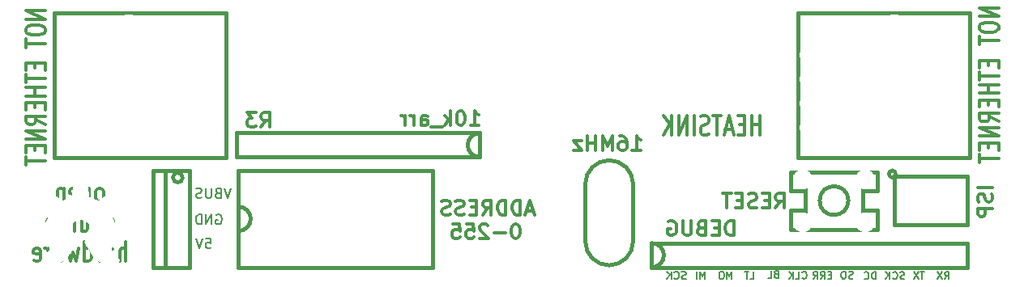
<source format=gbo>
G04 (created by PCBNEW (2013-mar-30)-stable) date Fri 10 May 2013 05:37:35 PM CDT*
%MOIN*%
G04 Gerber Fmt 3.4, Leading zero omitted, Abs format*
%FSLAX34Y34*%
G01*
G70*
G90*
G04 APERTURE LIST*
%ADD10C,2.3622e-06*%
%ADD11C,0.012*%
%ADD12C,0.0075*%
%ADD13C,0.008*%
%ADD14C,0.015*%
%ADD15R,0.08X0.08*%
%ADD16C,0.08*%
%ADD17C,0.0808661*%
%ADD18R,0.0808661X0.0808661*%
%ADD19R,0.3919X0.1439*%
%ADD20C,0.0651181*%
%ADD21C,0.135984*%
%ADD22R,0.0769291X0.0769291*%
%ADD23C,0.0769291*%
%ADD24C,0.12811*%
G04 APERTURE END LIST*
G54D10*
G54D11*
X5572Y3476D02*
X5629Y3514D01*
X5658Y3552D01*
X5687Y3628D01*
X5687Y3857D01*
X5658Y3933D01*
X5629Y3971D01*
X5572Y4009D01*
X5487Y4009D01*
X5429Y3971D01*
X5401Y3933D01*
X5372Y3857D01*
X5372Y3628D01*
X5401Y3552D01*
X5429Y3514D01*
X5487Y3476D01*
X5572Y3476D01*
X5115Y4009D02*
X5115Y3209D01*
X5115Y3971D02*
X5058Y4009D01*
X4944Y4009D01*
X4887Y3971D01*
X4858Y3933D01*
X4830Y3857D01*
X4830Y3628D01*
X4858Y3552D01*
X4887Y3514D01*
X4944Y3476D01*
X5058Y3476D01*
X5115Y3514D01*
X4344Y3514D02*
X4401Y3476D01*
X4515Y3476D01*
X4572Y3514D01*
X4601Y3590D01*
X4601Y3895D01*
X4572Y3971D01*
X4515Y4009D01*
X4401Y4009D01*
X4344Y3971D01*
X4315Y3895D01*
X4315Y3819D01*
X4601Y3742D01*
X4058Y4009D02*
X4058Y3476D01*
X4058Y3933D02*
X4029Y3971D01*
X3972Y4009D01*
X3887Y4009D01*
X3829Y3971D01*
X3801Y3895D01*
X3801Y3476D01*
X6101Y2274D02*
X6044Y2236D01*
X5930Y2236D01*
X5872Y2274D01*
X5844Y2350D01*
X5844Y2388D01*
X5872Y2464D01*
X5930Y2502D01*
X6015Y2502D01*
X6072Y2540D01*
X6101Y2617D01*
X6101Y2655D01*
X6072Y2731D01*
X6015Y2769D01*
X5930Y2769D01*
X5872Y2731D01*
X5501Y2236D02*
X5558Y2274D01*
X5587Y2312D01*
X5615Y2388D01*
X5615Y2617D01*
X5587Y2693D01*
X5558Y2731D01*
X5501Y2769D01*
X5415Y2769D01*
X5358Y2731D01*
X5330Y2693D01*
X5301Y2617D01*
X5301Y2388D01*
X5330Y2312D01*
X5358Y2274D01*
X5415Y2236D01*
X5501Y2236D01*
X4787Y2769D02*
X4787Y2236D01*
X5044Y2769D02*
X5044Y2350D01*
X5015Y2274D01*
X4958Y2236D01*
X4872Y2236D01*
X4815Y2274D01*
X4787Y2312D01*
X4501Y2236D02*
X4501Y2769D01*
X4501Y2617D02*
X4472Y2693D01*
X4444Y2731D01*
X4387Y2769D01*
X4330Y2769D01*
X3872Y2274D02*
X3930Y2236D01*
X4044Y2236D01*
X4101Y2274D01*
X4130Y2312D01*
X4158Y2388D01*
X4158Y2617D01*
X4130Y2693D01*
X4101Y2731D01*
X4044Y2769D01*
X3930Y2769D01*
X3872Y2731D01*
X3387Y2274D02*
X3444Y2236D01*
X3558Y2236D01*
X3615Y2274D01*
X3644Y2350D01*
X3644Y2655D01*
X3615Y2731D01*
X3558Y2769D01*
X3444Y2769D01*
X3387Y2731D01*
X3358Y2655D01*
X3358Y2579D01*
X3644Y2502D01*
X6615Y996D02*
X6615Y1796D01*
X6358Y996D02*
X6358Y1415D01*
X6387Y1491D01*
X6444Y1529D01*
X6530Y1529D01*
X6587Y1491D01*
X6615Y1453D01*
X5815Y996D02*
X5815Y1415D01*
X5844Y1491D01*
X5901Y1529D01*
X6015Y1529D01*
X6072Y1491D01*
X5815Y1034D02*
X5872Y996D01*
X6015Y996D01*
X6072Y1034D01*
X6101Y1110D01*
X6101Y1186D01*
X6072Y1262D01*
X6015Y1300D01*
X5872Y1300D01*
X5815Y1339D01*
X5530Y996D02*
X5530Y1529D01*
X5530Y1377D02*
X5501Y1453D01*
X5472Y1491D01*
X5415Y1529D01*
X5358Y1529D01*
X4901Y996D02*
X4901Y1796D01*
X4901Y1034D02*
X4958Y996D01*
X5072Y996D01*
X5129Y1034D01*
X5158Y1072D01*
X5187Y1148D01*
X5187Y1377D01*
X5158Y1453D01*
X5129Y1491D01*
X5072Y1529D01*
X4958Y1529D01*
X4901Y1491D01*
X4672Y1529D02*
X4558Y996D01*
X4444Y1377D01*
X4330Y996D01*
X4215Y1529D01*
X3730Y996D02*
X3730Y1415D01*
X3758Y1491D01*
X3815Y1529D01*
X3930Y1529D01*
X3987Y1491D01*
X3730Y1034D02*
X3787Y996D01*
X3930Y996D01*
X3987Y1034D01*
X4015Y1110D01*
X4015Y1186D01*
X3987Y1262D01*
X3930Y1300D01*
X3787Y1300D01*
X3730Y1339D01*
X3444Y996D02*
X3444Y1529D01*
X3444Y1377D02*
X3415Y1453D01*
X3387Y1491D01*
X3330Y1529D01*
X3272Y1529D01*
X2844Y1034D02*
X2901Y996D01*
X3015Y996D01*
X3072Y1034D01*
X3101Y1110D01*
X3101Y1415D01*
X3072Y1491D01*
X3015Y1529D01*
X2901Y1529D01*
X2844Y1491D01*
X2815Y1415D01*
X2815Y1339D01*
X3101Y1262D01*
X22682Y2537D02*
X22625Y2537D01*
X22567Y2508D01*
X22539Y2480D01*
X22510Y2422D01*
X22482Y2308D01*
X22482Y2165D01*
X22510Y2051D01*
X22539Y1994D01*
X22567Y1965D01*
X22625Y1937D01*
X22682Y1937D01*
X22739Y1965D01*
X22767Y1994D01*
X22796Y2051D01*
X22825Y2165D01*
X22825Y2308D01*
X22796Y2422D01*
X22767Y2480D01*
X22739Y2508D01*
X22682Y2537D01*
X22225Y2165D02*
X21767Y2165D01*
X21510Y2480D02*
X21482Y2508D01*
X21425Y2537D01*
X21282Y2537D01*
X21225Y2508D01*
X21196Y2480D01*
X21167Y2422D01*
X21167Y2365D01*
X21196Y2280D01*
X21539Y1937D01*
X21167Y1937D01*
X20625Y2537D02*
X20910Y2537D01*
X20939Y2251D01*
X20910Y2280D01*
X20853Y2308D01*
X20710Y2308D01*
X20653Y2280D01*
X20625Y2251D01*
X20596Y2194D01*
X20596Y2051D01*
X20625Y1994D01*
X20653Y1965D01*
X20710Y1937D01*
X20853Y1937D01*
X20910Y1965D01*
X20939Y1994D01*
X20053Y2537D02*
X20339Y2537D01*
X20367Y2251D01*
X20339Y2280D01*
X20282Y2308D01*
X20139Y2308D01*
X20082Y2280D01*
X20053Y2251D01*
X20024Y2194D01*
X20024Y2051D01*
X20053Y1994D01*
X20082Y1965D01*
X20139Y1937D01*
X20282Y1937D01*
X20339Y1965D01*
X20367Y1994D01*
G54D12*
X40310Y258D02*
X40410Y401D01*
X40481Y258D02*
X40481Y558D01*
X40367Y558D01*
X40338Y544D01*
X40324Y530D01*
X40310Y501D01*
X40310Y458D01*
X40324Y430D01*
X40338Y415D01*
X40367Y401D01*
X40481Y401D01*
X40210Y558D02*
X40010Y258D01*
X40010Y558D02*
X40210Y258D01*
X39468Y558D02*
X39297Y558D01*
X39382Y258D02*
X39382Y558D01*
X39225Y558D02*
X39025Y258D01*
X39025Y558D02*
X39225Y258D01*
X34438Y307D02*
X34452Y292D01*
X34495Y278D01*
X34524Y278D01*
X34567Y292D01*
X34595Y321D01*
X34609Y350D01*
X34624Y407D01*
X34624Y450D01*
X34609Y507D01*
X34595Y535D01*
X34567Y564D01*
X34524Y578D01*
X34495Y578D01*
X34452Y564D01*
X34438Y550D01*
X34167Y278D02*
X34309Y278D01*
X34309Y578D01*
X34067Y278D02*
X34067Y578D01*
X33895Y278D02*
X34024Y450D01*
X33895Y578D02*
X34067Y407D01*
X35639Y433D02*
X35539Y433D01*
X35496Y276D02*
X35639Y276D01*
X35639Y576D01*
X35496Y576D01*
X35196Y276D02*
X35296Y419D01*
X35367Y276D02*
X35367Y576D01*
X35253Y576D01*
X35224Y562D01*
X35210Y548D01*
X35196Y519D01*
X35196Y476D01*
X35210Y448D01*
X35224Y433D01*
X35253Y419D01*
X35367Y419D01*
X34896Y276D02*
X34996Y419D01*
X35067Y276D02*
X35067Y576D01*
X34953Y576D01*
X34924Y562D01*
X34910Y548D01*
X34896Y519D01*
X34896Y476D01*
X34910Y448D01*
X34924Y433D01*
X34953Y419D01*
X35067Y419D01*
X36532Y302D02*
X36490Y288D01*
X36418Y288D01*
X36390Y302D01*
X36375Y317D01*
X36361Y345D01*
X36361Y374D01*
X36375Y402D01*
X36390Y417D01*
X36418Y431D01*
X36475Y445D01*
X36504Y460D01*
X36518Y474D01*
X36532Y502D01*
X36532Y531D01*
X36518Y560D01*
X36504Y574D01*
X36475Y588D01*
X36404Y588D01*
X36361Y574D01*
X36175Y588D02*
X36118Y588D01*
X36090Y574D01*
X36061Y545D01*
X36047Y488D01*
X36047Y388D01*
X36061Y331D01*
X36090Y302D01*
X36118Y288D01*
X36175Y288D01*
X36204Y302D01*
X36232Y331D01*
X36247Y388D01*
X36247Y488D01*
X36232Y545D01*
X36204Y574D01*
X36175Y588D01*
X37468Y258D02*
X37468Y558D01*
X37397Y558D01*
X37354Y544D01*
X37325Y515D01*
X37311Y487D01*
X37297Y430D01*
X37297Y387D01*
X37311Y330D01*
X37325Y301D01*
X37354Y272D01*
X37397Y258D01*
X37468Y258D01*
X36997Y287D02*
X37011Y272D01*
X37054Y258D01*
X37082Y258D01*
X37125Y272D01*
X37154Y301D01*
X37168Y330D01*
X37182Y387D01*
X37182Y430D01*
X37168Y487D01*
X37154Y515D01*
X37125Y544D01*
X37082Y558D01*
X37054Y558D01*
X37011Y544D01*
X36997Y530D01*
X38645Y282D02*
X38602Y268D01*
X38531Y268D01*
X38502Y282D01*
X38488Y297D01*
X38474Y325D01*
X38474Y354D01*
X38488Y382D01*
X38502Y397D01*
X38531Y411D01*
X38588Y425D01*
X38617Y440D01*
X38631Y454D01*
X38645Y482D01*
X38645Y511D01*
X38631Y540D01*
X38617Y554D01*
X38588Y568D01*
X38517Y568D01*
X38474Y554D01*
X38174Y297D02*
X38188Y282D01*
X38231Y268D01*
X38260Y268D01*
X38302Y282D01*
X38331Y311D01*
X38345Y340D01*
X38360Y397D01*
X38360Y440D01*
X38345Y497D01*
X38331Y525D01*
X38302Y554D01*
X38260Y568D01*
X38231Y568D01*
X38188Y554D01*
X38174Y540D01*
X38045Y268D02*
X38045Y568D01*
X37874Y268D02*
X38002Y440D01*
X37874Y568D02*
X38045Y397D01*
X33373Y476D02*
X33331Y462D01*
X33316Y448D01*
X33302Y419D01*
X33302Y376D01*
X33316Y348D01*
X33331Y333D01*
X33359Y319D01*
X33473Y319D01*
X33473Y619D01*
X33373Y619D01*
X33345Y605D01*
X33331Y591D01*
X33316Y562D01*
X33316Y533D01*
X33331Y505D01*
X33345Y491D01*
X33373Y476D01*
X33473Y476D01*
X33031Y319D02*
X33173Y319D01*
X33173Y619D01*
X32308Y284D02*
X32451Y284D01*
X32451Y584D01*
X32251Y584D02*
X32079Y584D01*
X32165Y284D02*
X32165Y584D01*
X31550Y270D02*
X31550Y570D01*
X31450Y356D01*
X31350Y570D01*
X31350Y270D01*
X31150Y570D02*
X31093Y570D01*
X31064Y556D01*
X31035Y527D01*
X31021Y470D01*
X31021Y370D01*
X31035Y313D01*
X31064Y284D01*
X31093Y270D01*
X31150Y270D01*
X31178Y284D01*
X31207Y313D01*
X31221Y370D01*
X31221Y470D01*
X31207Y527D01*
X31178Y556D01*
X31150Y570D01*
X30449Y270D02*
X30449Y570D01*
X30349Y356D01*
X30249Y570D01*
X30249Y270D01*
X30106Y270D02*
X30106Y570D01*
X29655Y284D02*
X29612Y270D01*
X29541Y270D01*
X29512Y284D01*
X29498Y299D01*
X29484Y327D01*
X29484Y356D01*
X29498Y384D01*
X29512Y399D01*
X29541Y413D01*
X29598Y427D01*
X29627Y442D01*
X29641Y456D01*
X29655Y484D01*
X29655Y513D01*
X29641Y542D01*
X29627Y556D01*
X29598Y570D01*
X29527Y570D01*
X29484Y556D01*
X29184Y299D02*
X29198Y284D01*
X29241Y270D01*
X29270Y270D01*
X29312Y284D01*
X29341Y313D01*
X29355Y342D01*
X29370Y399D01*
X29370Y442D01*
X29355Y499D01*
X29341Y527D01*
X29312Y556D01*
X29270Y570D01*
X29241Y570D01*
X29198Y556D01*
X29184Y542D01*
X29055Y270D02*
X29055Y570D01*
X28884Y270D02*
X29012Y442D01*
X28884Y570D02*
X29055Y399D01*
G54D13*
X9906Y1938D02*
X10096Y1938D01*
X10115Y1747D01*
X10096Y1766D01*
X10058Y1785D01*
X9963Y1785D01*
X9925Y1766D01*
X9906Y1747D01*
X9887Y1709D01*
X9887Y1614D01*
X9906Y1576D01*
X9925Y1557D01*
X9963Y1538D01*
X10058Y1538D01*
X10096Y1557D01*
X10115Y1576D01*
X9772Y1938D02*
X9639Y1538D01*
X9506Y1938D01*
X10334Y2909D02*
X10372Y2928D01*
X10430Y2928D01*
X10487Y2909D01*
X10525Y2870D01*
X10544Y2832D01*
X10563Y2756D01*
X10563Y2699D01*
X10544Y2623D01*
X10525Y2585D01*
X10487Y2547D01*
X10430Y2528D01*
X10391Y2528D01*
X10334Y2547D01*
X10315Y2566D01*
X10315Y2699D01*
X10391Y2699D01*
X10144Y2528D02*
X10144Y2928D01*
X9915Y2528D01*
X9915Y2928D01*
X9725Y2528D02*
X9725Y2928D01*
X9629Y2928D01*
X9572Y2909D01*
X9534Y2870D01*
X9515Y2832D01*
X9496Y2756D01*
X9496Y2699D01*
X9515Y2623D01*
X9534Y2585D01*
X9572Y2547D01*
X9629Y2528D01*
X9725Y2528D01*
X10933Y4008D02*
X10799Y3608D01*
X10666Y4008D01*
X10400Y3817D02*
X10342Y3798D01*
X10323Y3779D01*
X10304Y3741D01*
X10304Y3684D01*
X10323Y3646D01*
X10342Y3627D01*
X10380Y3608D01*
X10533Y3608D01*
X10533Y4008D01*
X10400Y4008D01*
X10361Y3989D01*
X10342Y3970D01*
X10323Y3931D01*
X10323Y3893D01*
X10342Y3855D01*
X10361Y3836D01*
X10400Y3817D01*
X10533Y3817D01*
X10133Y4008D02*
X10133Y3684D01*
X10114Y3646D01*
X10095Y3627D01*
X10057Y3608D01*
X9980Y3608D01*
X9942Y3627D01*
X9923Y3646D01*
X9904Y3684D01*
X9904Y4008D01*
X9733Y3627D02*
X9676Y3608D01*
X9580Y3608D01*
X9542Y3627D01*
X9523Y3646D01*
X9504Y3684D01*
X9504Y3722D01*
X9523Y3760D01*
X9542Y3779D01*
X9580Y3798D01*
X9657Y3817D01*
X9695Y3836D01*
X9714Y3855D01*
X9733Y3893D01*
X9733Y3931D01*
X9714Y3970D01*
X9695Y3989D01*
X9657Y4008D01*
X9561Y4008D01*
X9504Y3989D01*
G54D11*
X42523Y11442D02*
X41723Y11442D01*
X42523Y11099D01*
X41723Y11099D01*
X41723Y10699D02*
X41723Y10585D01*
X41761Y10528D01*
X41838Y10471D01*
X41990Y10442D01*
X42257Y10442D01*
X42409Y10471D01*
X42485Y10528D01*
X42523Y10585D01*
X42523Y10699D01*
X42485Y10757D01*
X42409Y10814D01*
X42257Y10842D01*
X41990Y10842D01*
X41838Y10814D01*
X41761Y10757D01*
X41723Y10699D01*
X41723Y10271D02*
X41723Y9928D01*
X42523Y10100D02*
X41723Y10100D01*
X42104Y9271D02*
X42104Y9071D01*
X42523Y8985D02*
X42523Y9271D01*
X41723Y9271D01*
X41723Y8985D01*
X41723Y8814D02*
X41723Y8471D01*
X42523Y8642D02*
X41723Y8642D01*
X42523Y8271D02*
X41723Y8271D01*
X42104Y8271D02*
X42104Y7928D01*
X42523Y7928D02*
X41723Y7928D01*
X42104Y7642D02*
X42104Y7442D01*
X42523Y7357D02*
X42523Y7642D01*
X41723Y7642D01*
X41723Y7357D01*
X42523Y6757D02*
X42142Y6957D01*
X42523Y7100D02*
X41723Y7100D01*
X41723Y6871D01*
X41761Y6814D01*
X41800Y6785D01*
X41876Y6757D01*
X41990Y6757D01*
X42066Y6785D01*
X42104Y6814D01*
X42142Y6871D01*
X42142Y7100D01*
X42523Y6500D02*
X41723Y6500D01*
X42523Y6157D01*
X41723Y6157D01*
X42104Y5871D02*
X42104Y5671D01*
X42523Y5585D02*
X42523Y5871D01*
X41723Y5871D01*
X41723Y5585D01*
X41723Y5414D02*
X41723Y5071D01*
X42523Y5242D02*
X41723Y5242D01*
X3299Y11330D02*
X2499Y11330D01*
X3299Y10987D01*
X2499Y10987D01*
X2499Y10587D02*
X2499Y10473D01*
X2537Y10416D01*
X2614Y10359D01*
X2766Y10330D01*
X3033Y10330D01*
X3185Y10359D01*
X3261Y10416D01*
X3299Y10473D01*
X3299Y10587D01*
X3261Y10645D01*
X3185Y10702D01*
X3033Y10730D01*
X2766Y10730D01*
X2614Y10702D01*
X2537Y10645D01*
X2499Y10587D01*
X2499Y10159D02*
X2499Y9816D01*
X3299Y9988D02*
X2499Y9988D01*
X2880Y9159D02*
X2880Y8959D01*
X3299Y8873D02*
X3299Y9159D01*
X2499Y9159D01*
X2499Y8873D01*
X2499Y8702D02*
X2499Y8359D01*
X3299Y8530D02*
X2499Y8530D01*
X3299Y8159D02*
X2499Y8159D01*
X2880Y8159D02*
X2880Y7816D01*
X3299Y7816D02*
X2499Y7816D01*
X2880Y7530D02*
X2880Y7330D01*
X3299Y7245D02*
X3299Y7530D01*
X2499Y7530D01*
X2499Y7245D01*
X3299Y6645D02*
X2918Y6845D01*
X3299Y6988D02*
X2499Y6988D01*
X2499Y6759D01*
X2537Y6702D01*
X2576Y6673D01*
X2652Y6645D01*
X2766Y6645D01*
X2842Y6673D01*
X2880Y6702D01*
X2918Y6759D01*
X2918Y6988D01*
X3299Y6388D02*
X2499Y6388D01*
X3299Y6045D01*
X2499Y6045D01*
X2880Y5759D02*
X2880Y5559D01*
X3299Y5473D02*
X3299Y5759D01*
X2499Y5759D01*
X2499Y5473D01*
X2499Y5302D02*
X2499Y4959D01*
X3299Y5130D02*
X2499Y5130D01*
X32711Y6214D02*
X32711Y7014D01*
X32711Y6633D02*
X32368Y6633D01*
X32368Y6214D02*
X32368Y7014D01*
X32082Y6633D02*
X31882Y6633D01*
X31797Y6214D02*
X32082Y6214D01*
X32082Y7014D01*
X31797Y7014D01*
X31568Y6442D02*
X31282Y6442D01*
X31625Y6214D02*
X31425Y7014D01*
X31225Y6214D01*
X31111Y7014D02*
X30768Y7014D01*
X30940Y6214D02*
X30940Y7014D01*
X30597Y6252D02*
X30511Y6214D01*
X30368Y6214D01*
X30311Y6252D01*
X30282Y6290D01*
X30254Y6366D01*
X30254Y6442D01*
X30282Y6518D01*
X30311Y6557D01*
X30368Y6595D01*
X30482Y6633D01*
X30539Y6671D01*
X30568Y6709D01*
X30597Y6785D01*
X30597Y6861D01*
X30568Y6938D01*
X30539Y6976D01*
X30482Y7014D01*
X30339Y7014D01*
X30254Y6976D01*
X29997Y6214D02*
X29997Y7014D01*
X29711Y6214D02*
X29711Y7014D01*
X29368Y6214D01*
X29368Y7014D01*
X29082Y6214D02*
X29082Y7014D01*
X28740Y6214D02*
X28997Y6671D01*
X28740Y7014D02*
X29082Y6557D01*
G54D14*
X8950Y4450D02*
G75*
G03X8950Y4450I-200J0D01*
G74*
G01*
X8250Y4750D02*
X8250Y750D01*
X7750Y750D02*
X9250Y750D01*
X9250Y750D02*
X9250Y4750D01*
X9250Y4750D02*
X7750Y4750D01*
X7750Y4750D02*
X7750Y750D01*
X36931Y4681D02*
X37521Y4681D01*
X37521Y4681D02*
X37521Y3893D01*
X37521Y3893D02*
X36931Y3893D01*
X36931Y2318D02*
X37521Y2318D01*
X37521Y2318D02*
X37521Y3106D01*
X37521Y3106D02*
X36931Y3106D01*
X34568Y4681D02*
X33978Y4681D01*
X33978Y4681D02*
X33978Y3893D01*
X33978Y3893D02*
X34568Y3893D01*
X34568Y3106D02*
X33978Y3106D01*
X34568Y2318D02*
X33978Y2318D01*
X33978Y2318D02*
X33978Y3106D01*
X36340Y3500D02*
G75*
G03X36340Y3500I-590J0D01*
G74*
G01*
X34568Y2318D02*
X34568Y4681D01*
X34568Y4681D02*
X36931Y4681D01*
X36931Y4681D02*
X36931Y2318D01*
X36931Y2318D02*
X34568Y2318D01*
X21180Y5290D02*
X11180Y5290D01*
X11180Y5290D02*
X11180Y6290D01*
X11180Y6290D02*
X21180Y6290D01*
X20680Y5790D02*
G75*
G02X21180Y6290I500J0D01*
G74*
G01*
X21180Y5290D02*
G75*
G02X20680Y5790I0J500D01*
G74*
G01*
X21180Y6290D02*
X21180Y5290D01*
X28250Y750D02*
X41250Y750D01*
X41250Y750D02*
X41250Y1750D01*
X41250Y1750D02*
X28250Y1750D01*
X28750Y1250D02*
G75*
G02X28250Y750I-500J0D01*
G74*
G01*
X28250Y1750D02*
G75*
G02X28750Y1250I0J-500D01*
G74*
G01*
X28250Y750D02*
X28250Y1750D01*
X27484Y1818D02*
X27484Y4181D01*
X25515Y4181D02*
X25515Y1818D01*
X25515Y4181D02*
G75*
G02X26500Y5165I984J0D01*
G74*
G01*
X26500Y5165D02*
G75*
G02X27484Y4181I0J-984D01*
G74*
G01*
X27484Y1818D02*
G75*
G02X26500Y834I-984J0D01*
G74*
G01*
X26500Y834D02*
G75*
G02X25515Y1818I0J984D01*
G74*
G01*
X11750Y2750D02*
G75*
G02X11250Y2250I-500J0D01*
G74*
G01*
X11250Y3250D02*
G75*
G02X11750Y2750I0J-500D01*
G74*
G01*
X11250Y750D02*
X11250Y4750D01*
X11250Y4750D02*
X19250Y4750D01*
X19250Y4750D02*
X19250Y750D01*
X19250Y750D02*
X11250Y750D01*
X41340Y5257D02*
X34253Y5257D01*
X34253Y5257D02*
X34253Y11242D01*
X34253Y11242D02*
X41340Y11242D01*
X41340Y11242D02*
X41340Y5257D01*
X3659Y11242D02*
X10746Y11242D01*
X10746Y11242D02*
X10746Y5257D01*
X10746Y5257D02*
X3659Y5257D01*
X3659Y5257D02*
X3659Y11242D01*
X38291Y4600D02*
G75*
G03X38291Y4600I-141J0D01*
G74*
G01*
X38250Y2500D02*
X38250Y4500D01*
X38250Y4500D02*
X41250Y4500D01*
X41250Y4500D02*
X41250Y2500D01*
X41250Y2500D02*
X38250Y2500D01*
G54D11*
X33349Y3193D02*
X33549Y3478D01*
X33692Y3193D02*
X33692Y3793D01*
X33463Y3793D01*
X33406Y3764D01*
X33378Y3736D01*
X33349Y3678D01*
X33349Y3593D01*
X33378Y3536D01*
X33406Y3507D01*
X33463Y3478D01*
X33692Y3478D01*
X33092Y3507D02*
X32892Y3507D01*
X32806Y3193D02*
X33092Y3193D01*
X33092Y3793D01*
X32806Y3793D01*
X32578Y3221D02*
X32492Y3193D01*
X32349Y3193D01*
X32292Y3221D01*
X32263Y3250D01*
X32235Y3307D01*
X32235Y3364D01*
X32263Y3421D01*
X32292Y3450D01*
X32349Y3478D01*
X32463Y3507D01*
X32520Y3536D01*
X32549Y3564D01*
X32578Y3621D01*
X32578Y3678D01*
X32549Y3736D01*
X32520Y3764D01*
X32463Y3793D01*
X32320Y3793D01*
X32235Y3764D01*
X31978Y3507D02*
X31778Y3507D01*
X31692Y3193D02*
X31978Y3193D01*
X31978Y3793D01*
X31692Y3793D01*
X31520Y3793D02*
X31178Y3793D01*
X31349Y3193D02*
X31349Y3793D01*
X12180Y6527D02*
X12380Y6812D01*
X12522Y6527D02*
X12522Y7127D01*
X12294Y7127D01*
X12237Y7098D01*
X12208Y7070D01*
X12180Y7012D01*
X12180Y6927D01*
X12208Y6870D01*
X12237Y6841D01*
X12294Y6812D01*
X12522Y6812D01*
X11980Y7127D02*
X11608Y7127D01*
X11808Y6898D01*
X11722Y6898D01*
X11665Y6870D01*
X11637Y6841D01*
X11608Y6784D01*
X11608Y6641D01*
X11637Y6584D01*
X11665Y6555D01*
X11722Y6527D01*
X11894Y6527D01*
X11951Y6555D01*
X11980Y6584D01*
X20793Y6602D02*
X21136Y6602D01*
X20965Y6602D02*
X20965Y7202D01*
X21022Y7116D01*
X21079Y7059D01*
X21136Y7030D01*
X20422Y7202D02*
X20365Y7202D01*
X20307Y7173D01*
X20279Y7145D01*
X20250Y7087D01*
X20222Y6973D01*
X20222Y6830D01*
X20250Y6716D01*
X20279Y6659D01*
X20307Y6630D01*
X20365Y6602D01*
X20422Y6602D01*
X20479Y6630D01*
X20507Y6659D01*
X20536Y6716D01*
X20565Y6830D01*
X20565Y6973D01*
X20536Y7087D01*
X20507Y7145D01*
X20479Y7173D01*
X20422Y7202D01*
X19965Y6602D02*
X19965Y7202D01*
X19907Y6830D02*
X19736Y6602D01*
X19736Y7002D02*
X19965Y6773D01*
X19622Y6545D02*
X19165Y6545D01*
X18765Y6602D02*
X18765Y6916D01*
X18793Y6973D01*
X18850Y7002D01*
X18965Y7002D01*
X19022Y6973D01*
X18765Y6630D02*
X18822Y6602D01*
X18965Y6602D01*
X19022Y6630D01*
X19050Y6687D01*
X19050Y6745D01*
X19022Y6802D01*
X18965Y6830D01*
X18822Y6830D01*
X18765Y6859D01*
X18479Y6602D02*
X18479Y7002D01*
X18479Y6887D02*
X18450Y6945D01*
X18422Y6973D01*
X18365Y7002D01*
X18307Y7002D01*
X18107Y6602D02*
X18107Y7002D01*
X18107Y6887D02*
X18079Y6945D01*
X18050Y6973D01*
X17993Y7002D01*
X17936Y7002D01*
X31627Y2067D02*
X31627Y2667D01*
X31485Y2667D01*
X31399Y2638D01*
X31342Y2581D01*
X31313Y2524D01*
X31285Y2410D01*
X31285Y2324D01*
X31313Y2210D01*
X31342Y2152D01*
X31399Y2095D01*
X31485Y2067D01*
X31627Y2067D01*
X31027Y2381D02*
X30827Y2381D01*
X30742Y2067D02*
X31027Y2067D01*
X31027Y2667D01*
X30742Y2667D01*
X30285Y2381D02*
X30199Y2352D01*
X30170Y2324D01*
X30142Y2267D01*
X30142Y2181D01*
X30170Y2124D01*
X30199Y2095D01*
X30256Y2067D01*
X30485Y2067D01*
X30485Y2667D01*
X30285Y2667D01*
X30227Y2638D01*
X30199Y2610D01*
X30170Y2552D01*
X30170Y2495D01*
X30199Y2438D01*
X30227Y2410D01*
X30285Y2381D01*
X30485Y2381D01*
X29885Y2667D02*
X29885Y2181D01*
X29856Y2124D01*
X29827Y2095D01*
X29770Y2067D01*
X29656Y2067D01*
X29599Y2095D01*
X29570Y2124D01*
X29542Y2181D01*
X29542Y2667D01*
X28942Y2638D02*
X28999Y2667D01*
X29085Y2667D01*
X29170Y2638D01*
X29227Y2581D01*
X29256Y2524D01*
X29285Y2410D01*
X29285Y2324D01*
X29256Y2210D01*
X29227Y2152D01*
X29170Y2095D01*
X29085Y2067D01*
X29027Y2067D01*
X28942Y2095D01*
X28913Y2124D01*
X28913Y2324D01*
X29027Y2324D01*
X27449Y5567D02*
X27792Y5567D01*
X27620Y5567D02*
X27620Y6167D01*
X27677Y6081D01*
X27734Y6024D01*
X27792Y5995D01*
X26934Y6167D02*
X27049Y6167D01*
X27106Y6138D01*
X27134Y6110D01*
X27192Y6024D01*
X27220Y5910D01*
X27220Y5681D01*
X27192Y5624D01*
X27163Y5595D01*
X27106Y5567D01*
X26992Y5567D01*
X26934Y5595D01*
X26906Y5624D01*
X26877Y5681D01*
X26877Y5824D01*
X26906Y5881D01*
X26934Y5910D01*
X26992Y5938D01*
X27106Y5938D01*
X27163Y5910D01*
X27192Y5881D01*
X27220Y5824D01*
X26620Y5567D02*
X26620Y6167D01*
X26420Y5738D01*
X26220Y6167D01*
X26220Y5567D01*
X25934Y5567D02*
X25934Y6167D01*
X25934Y5881D02*
X25592Y5881D01*
X25592Y5567D02*
X25592Y6167D01*
X25363Y5967D02*
X25049Y5967D01*
X25363Y5567D01*
X25049Y5567D01*
X23385Y3083D02*
X23100Y3083D01*
X23442Y2912D02*
X23242Y3512D01*
X23042Y2912D01*
X22842Y2912D02*
X22842Y3512D01*
X22700Y3512D01*
X22614Y3483D01*
X22557Y3426D01*
X22528Y3369D01*
X22500Y3255D01*
X22500Y3169D01*
X22528Y3055D01*
X22557Y2997D01*
X22614Y2940D01*
X22700Y2912D01*
X22842Y2912D01*
X22242Y2912D02*
X22242Y3512D01*
X22100Y3512D01*
X22014Y3483D01*
X21957Y3426D01*
X21928Y3369D01*
X21900Y3255D01*
X21900Y3169D01*
X21928Y3055D01*
X21957Y2997D01*
X22014Y2940D01*
X22100Y2912D01*
X22242Y2912D01*
X21300Y2912D02*
X21500Y3197D01*
X21642Y2912D02*
X21642Y3512D01*
X21414Y3512D01*
X21357Y3483D01*
X21328Y3455D01*
X21300Y3397D01*
X21300Y3312D01*
X21328Y3255D01*
X21357Y3226D01*
X21414Y3197D01*
X21642Y3197D01*
X21042Y3226D02*
X20842Y3226D01*
X20757Y2912D02*
X21042Y2912D01*
X21042Y3512D01*
X20757Y3512D01*
X20528Y2940D02*
X20442Y2912D01*
X20300Y2912D01*
X20242Y2940D01*
X20214Y2969D01*
X20185Y3026D01*
X20185Y3083D01*
X20214Y3140D01*
X20242Y3169D01*
X20300Y3197D01*
X20414Y3226D01*
X20471Y3255D01*
X20500Y3283D01*
X20528Y3340D01*
X20528Y3397D01*
X20500Y3455D01*
X20471Y3483D01*
X20414Y3512D01*
X20271Y3512D01*
X20185Y3483D01*
X19957Y2940D02*
X19871Y2912D01*
X19728Y2912D01*
X19671Y2940D01*
X19642Y2969D01*
X19614Y3026D01*
X19614Y3083D01*
X19642Y3140D01*
X19671Y3169D01*
X19728Y3197D01*
X19842Y3226D01*
X19899Y3255D01*
X19928Y3283D01*
X19957Y3340D01*
X19957Y3397D01*
X19928Y3455D01*
X19899Y3483D01*
X19842Y3512D01*
X19699Y3512D01*
X19614Y3483D01*
X42262Y4040D02*
X41662Y4040D01*
X42234Y3783D02*
X42262Y3697D01*
X42262Y3555D01*
X42234Y3497D01*
X42205Y3469D01*
X42148Y3440D01*
X42091Y3440D01*
X42034Y3469D01*
X42005Y3497D01*
X41977Y3555D01*
X41948Y3669D01*
X41920Y3726D01*
X41891Y3755D01*
X41834Y3783D01*
X41777Y3783D01*
X41720Y3755D01*
X41691Y3726D01*
X41662Y3669D01*
X41662Y3526D01*
X41691Y3440D01*
X42262Y3183D02*
X41662Y3183D01*
X41662Y2954D01*
X41691Y2897D01*
X41720Y2869D01*
X41777Y2840D01*
X41862Y2840D01*
X41920Y2869D01*
X41948Y2897D01*
X41977Y2954D01*
X41977Y3183D01*
%LPC*%
G54D15*
X8750Y3750D03*
G54D16*
X8750Y2750D03*
X8750Y1750D03*
G54D17*
X34470Y4385D03*
X37029Y4385D03*
X34470Y2614D03*
X37029Y2614D03*
G54D18*
X20180Y5790D03*
G54D17*
X19180Y5790D03*
X18180Y5790D03*
X17180Y5790D03*
X16180Y5790D03*
X15180Y5790D03*
X14180Y5790D03*
X13180Y5790D03*
X12180Y5790D03*
G54D18*
X29250Y1250D03*
G54D17*
X30250Y1250D03*
X31250Y1250D03*
X32250Y1250D03*
X33250Y1250D03*
X34250Y1250D03*
X35250Y1250D03*
X36250Y1250D03*
X37250Y1250D03*
X38250Y1250D03*
X39250Y1250D03*
X40250Y1250D03*
G54D19*
X30630Y5040D03*
G54D20*
X26500Y3960D03*
X26500Y2039D03*
G54D18*
X11750Y4250D03*
G54D17*
X12750Y4250D03*
X14750Y4250D03*
X15750Y4250D03*
X16750Y4250D03*
X17750Y4250D03*
X18750Y4250D03*
X18750Y1250D03*
X17750Y1250D03*
X16750Y1250D03*
X15750Y1250D03*
X14750Y1250D03*
X13750Y1250D03*
X12750Y1250D03*
X11750Y1250D03*
X13750Y4250D03*
X35750Y10000D03*
X34750Y9500D03*
X35750Y9000D03*
X34750Y8500D03*
X35750Y8000D03*
X34750Y7500D03*
X35750Y7000D03*
X34750Y6500D03*
G54D21*
X38250Y10500D03*
X38250Y6000D03*
G54D17*
X9250Y6500D03*
X10250Y7000D03*
X9250Y7500D03*
X10250Y8000D03*
X9250Y8500D03*
X10250Y9000D03*
X9250Y9500D03*
X10250Y10000D03*
G54D21*
X6750Y6000D03*
X6750Y10500D03*
G54D22*
X38750Y4000D03*
G54D23*
X38750Y3000D03*
X39750Y4000D03*
X39750Y3000D03*
X40750Y4000D03*
X40750Y3000D03*
G54D24*
X43250Y10750D03*
X1750Y10750D03*
X1750Y1750D03*
G54D10*
G36*
X4358Y3545D02*
X4468Y4235D01*
X5032Y4235D01*
X5142Y3545D01*
X4358Y3545D01*
X4358Y3545D01*
G37*
G36*
X3557Y2887D02*
X3147Y3453D01*
X3546Y3852D01*
X4112Y3442D01*
X3557Y2887D01*
X3557Y2887D01*
G37*
G36*
X3455Y1858D02*
X2765Y1968D01*
X2765Y2532D01*
X3455Y2642D01*
X3455Y1858D01*
X3455Y1858D01*
G37*
G36*
X4112Y1057D02*
X3546Y647D01*
X3147Y1046D01*
X3557Y1612D01*
X4112Y1057D01*
X4112Y1057D01*
G37*
G36*
X5387Y3442D02*
X5953Y3852D01*
X6352Y3453D01*
X5942Y2887D01*
X5387Y3442D01*
X5387Y3442D01*
G37*
G36*
X6045Y2642D02*
X6735Y2532D01*
X6735Y1968D01*
X6045Y1858D01*
X6045Y2642D01*
X6045Y2642D01*
G37*
G36*
X5942Y1612D02*
X6352Y1046D01*
X5953Y647D01*
X5387Y1057D01*
X5942Y1612D01*
X5942Y1612D01*
G37*
G36*
X4568Y2692D02*
X4405Y3694D01*
X5094Y3694D01*
X4931Y2692D01*
X4568Y2692D01*
X4568Y2692D01*
G37*
G36*
X4750Y2727D02*
X4983Y3715D01*
X5620Y3452D01*
X5085Y2588D01*
X4750Y2727D01*
X4750Y2727D01*
G37*
G36*
X4414Y2588D02*
X3879Y3452D01*
X4516Y3715D01*
X4749Y2727D01*
X4414Y2588D01*
X4414Y2588D01*
G37*
G36*
X4309Y2433D02*
X3486Y3026D01*
X3973Y3513D01*
X4566Y2690D01*
X4309Y2433D01*
X4309Y2433D01*
G37*
G36*
X4933Y2690D02*
X5526Y3513D01*
X6013Y3026D01*
X5190Y2433D01*
X4933Y2690D01*
X4933Y2690D01*
G37*
G36*
X4272Y2250D02*
X3284Y2483D01*
X3547Y3120D01*
X4411Y2585D01*
X4272Y2250D01*
X4272Y2250D01*
G37*
G36*
X5088Y2585D02*
X5952Y3120D01*
X6215Y2483D01*
X5227Y2250D01*
X5088Y2585D01*
X5088Y2585D01*
G37*
G36*
X4308Y2068D02*
X3306Y1905D01*
X3306Y2594D01*
X4308Y2431D01*
X4308Y2068D01*
X4308Y2068D01*
G37*
G36*
X5192Y2431D02*
X6194Y2594D01*
X6194Y1905D01*
X5192Y2068D01*
X5192Y2431D01*
X5192Y2431D01*
G37*
G36*
X5227Y2249D02*
X6215Y2016D01*
X5952Y1379D01*
X5088Y1914D01*
X5227Y2249D01*
X5227Y2249D01*
G37*
G36*
X4411Y1914D02*
X3547Y1379D01*
X3284Y2016D01*
X4272Y2249D01*
X4411Y1914D01*
X4411Y1914D01*
G37*
G36*
X4566Y1809D02*
X3973Y986D01*
X3486Y1473D01*
X4309Y2066D01*
X4566Y1809D01*
X4566Y1809D01*
G37*
G36*
X5190Y2066D02*
X6013Y1473D01*
X5526Y986D01*
X4933Y1809D01*
X5190Y2066D01*
X5190Y2066D01*
G37*
G36*
X5091Y1946D02*
X5715Y1158D01*
X5386Y939D01*
X4898Y1818D01*
X5091Y1946D01*
X5091Y1946D01*
G37*
G36*
X4601Y1818D02*
X4113Y939D01*
X3784Y1158D01*
X4408Y1946D01*
X4601Y1818D01*
X4601Y1818D01*
G37*
M02*

</source>
